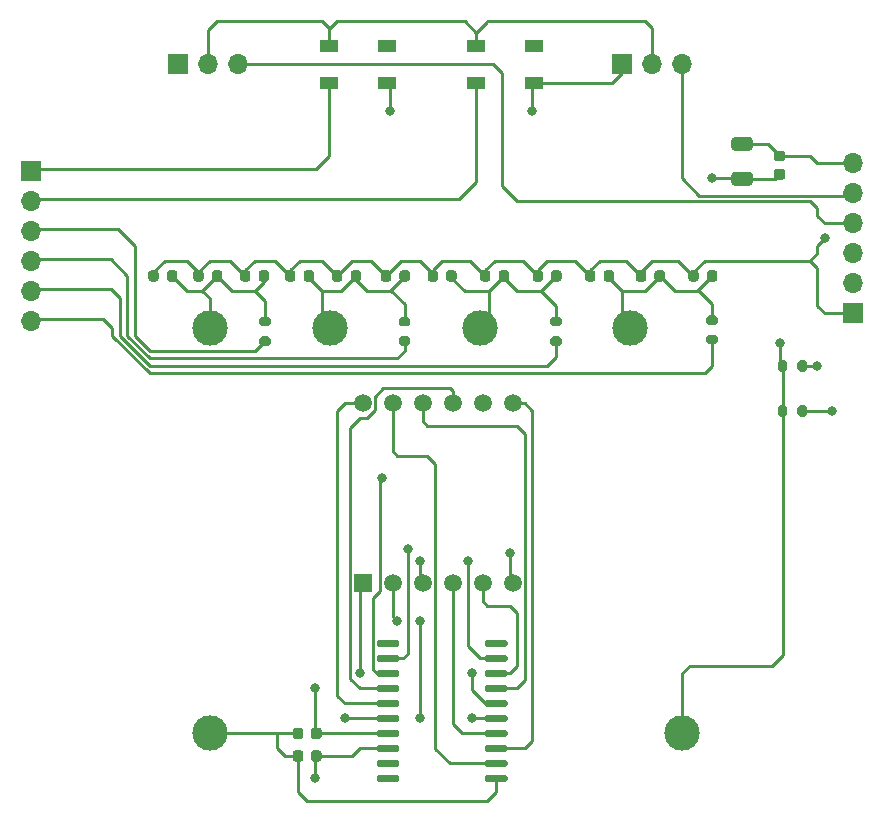
<source format=gbr>
%TF.GenerationSoftware,KiCad,Pcbnew,(5.1.7)-1*%
%TF.CreationDate,2021-04-06T19:20:52+02:00*%
%TF.ProjectId,central-panel,63656e74-7261-46c2-9d70-616e656c2e6b,rev?*%
%TF.SameCoordinates,Original*%
%TF.FileFunction,Copper,L1,Top*%
%TF.FilePolarity,Positive*%
%FSLAX46Y46*%
G04 Gerber Fmt 4.6, Leading zero omitted, Abs format (unit mm)*
G04 Created by KiCad (PCBNEW (5.1.7)-1) date 2021-04-06 19:20:52*
%MOMM*%
%LPD*%
G01*
G04 APERTURE LIST*
%TA.AperFunction,ComponentPad*%
%ADD10C,3.000000*%
%TD*%
%TA.AperFunction,ComponentPad*%
%ADD11O,1.700000X1.700000*%
%TD*%
%TA.AperFunction,ComponentPad*%
%ADD12R,1.700000X1.700000*%
%TD*%
%TA.AperFunction,SMDPad,CuDef*%
%ADD13R,1.500000X1.000000*%
%TD*%
%TA.AperFunction,ComponentPad*%
%ADD14C,1.500000*%
%TD*%
%TA.AperFunction,ComponentPad*%
%ADD15R,1.500000X1.500000*%
%TD*%
%TA.AperFunction,ViaPad*%
%ADD16C,0.800000*%
%TD*%
%TA.AperFunction,Conductor*%
%ADD17C,0.250000*%
%TD*%
G04 APERTURE END LIST*
%TO.P,C3,2*%
%TO.N,GND*%
%TA.AperFunction,SMDPad,CuDef*%
G36*
G01*
X123324999Y-91549000D02*
X124625001Y-91549000D01*
G75*
G02*
X124875000Y-91798999I0J-249999D01*
G01*
X124875000Y-92449001D01*
G75*
G02*
X124625001Y-92699000I-249999J0D01*
G01*
X123324999Y-92699000D01*
G75*
G02*
X123075000Y-92449001I0J249999D01*
G01*
X123075000Y-91798999D01*
G75*
G02*
X123324999Y-91549000I249999J0D01*
G01*
G37*
%TD.AperFunction*%
%TO.P,C3,1*%
%TO.N,VCC*%
%TA.AperFunction,SMDPad,CuDef*%
G36*
G01*
X123324999Y-88599000D02*
X124625001Y-88599000D01*
G75*
G02*
X124875000Y-88848999I0J-249999D01*
G01*
X124875000Y-89499001D01*
G75*
G02*
X124625001Y-89749000I-249999J0D01*
G01*
X123324999Y-89749000D01*
G75*
G02*
X123075000Y-89499001I0J249999D01*
G01*
X123075000Y-88848999D01*
G75*
G02*
X123324999Y-88599000I249999J0D01*
G01*
G37*
%TD.AperFunction*%
%TD*%
D10*
%TO.P,TP6,1*%
%TO.N,VCC*%
X118895000Y-139085000D03*
%TD*%
%TO.P,U2,20*%
%TO.N,Net-(U2-Pad20)*%
%TA.AperFunction,SMDPad,CuDef*%
G36*
G01*
X94925000Y-142745000D02*
X94925000Y-143045000D01*
G75*
G02*
X94775000Y-143195000I-150000J0D01*
G01*
X93175000Y-143195000D01*
G75*
G02*
X93025000Y-143045000I0J150000D01*
G01*
X93025000Y-142745000D01*
G75*
G02*
X93175000Y-142595000I150000J0D01*
G01*
X94775000Y-142595000D01*
G75*
G02*
X94925000Y-142745000I0J-150000D01*
G01*
G37*
%TD.AperFunction*%
%TO.P,U2,19*%
%TO.N,Net-(U2-Pad19)*%
%TA.AperFunction,SMDPad,CuDef*%
G36*
G01*
X94925000Y-141475000D02*
X94925000Y-141775000D01*
G75*
G02*
X94775000Y-141925000I-150000J0D01*
G01*
X93175000Y-141925000D01*
G75*
G02*
X93025000Y-141775000I0J150000D01*
G01*
X93025000Y-141475000D01*
G75*
G02*
X93175000Y-141325000I150000J0D01*
G01*
X94775000Y-141325000D01*
G75*
G02*
X94925000Y-141475000I0J-150000D01*
G01*
G37*
%TD.AperFunction*%
%TO.P,U2,18*%
%TO.N,/CLK*%
%TA.AperFunction,SMDPad,CuDef*%
G36*
G01*
X94925000Y-140205000D02*
X94925000Y-140505000D01*
G75*
G02*
X94775000Y-140655000I-150000J0D01*
G01*
X93175000Y-140655000D01*
G75*
G02*
X93025000Y-140505000I0J150000D01*
G01*
X93025000Y-140205000D01*
G75*
G02*
X93175000Y-140055000I150000J0D01*
G01*
X94775000Y-140055000D01*
G75*
G02*
X94925000Y-140205000I0J-150000D01*
G01*
G37*
%TD.AperFunction*%
%TO.P,U2,17*%
%TO.N,/DIO*%
%TA.AperFunction,SMDPad,CuDef*%
G36*
G01*
X94925000Y-138935000D02*
X94925000Y-139235000D01*
G75*
G02*
X94775000Y-139385000I-150000J0D01*
G01*
X93175000Y-139385000D01*
G75*
G02*
X93025000Y-139235000I0J150000D01*
G01*
X93025000Y-138935000D01*
G75*
G02*
X93175000Y-138785000I150000J0D01*
G01*
X94775000Y-138785000D01*
G75*
G02*
X94925000Y-138935000I0J-150000D01*
G01*
G37*
%TD.AperFunction*%
%TO.P,U2,16*%
%TO.N,VCC*%
%TA.AperFunction,SMDPad,CuDef*%
G36*
G01*
X94925000Y-137665000D02*
X94925000Y-137965000D01*
G75*
G02*
X94775000Y-138115000I-150000J0D01*
G01*
X93175000Y-138115000D01*
G75*
G02*
X93025000Y-137965000I0J150000D01*
G01*
X93025000Y-137665000D01*
G75*
G02*
X93175000Y-137515000I150000J0D01*
G01*
X94775000Y-137515000D01*
G75*
G02*
X94925000Y-137665000I0J-150000D01*
G01*
G37*
%TD.AperFunction*%
%TO.P,U2,15*%
%TO.N,/CA1*%
%TA.AperFunction,SMDPad,CuDef*%
G36*
G01*
X94925000Y-136395000D02*
X94925000Y-136695000D01*
G75*
G02*
X94775000Y-136845000I-150000J0D01*
G01*
X93175000Y-136845000D01*
G75*
G02*
X93025000Y-136695000I0J150000D01*
G01*
X93025000Y-136395000D01*
G75*
G02*
X93175000Y-136245000I150000J0D01*
G01*
X94775000Y-136245000D01*
G75*
G02*
X94925000Y-136395000I0J-150000D01*
G01*
G37*
%TD.AperFunction*%
%TO.P,U2,14*%
%TO.N,/CA2*%
%TA.AperFunction,SMDPad,CuDef*%
G36*
G01*
X94925000Y-135125000D02*
X94925000Y-135425000D01*
G75*
G02*
X94775000Y-135575000I-150000J0D01*
G01*
X93175000Y-135575000D01*
G75*
G02*
X93025000Y-135425000I0J150000D01*
G01*
X93025000Y-135125000D01*
G75*
G02*
X93175000Y-134975000I150000J0D01*
G01*
X94775000Y-134975000D01*
G75*
G02*
X94925000Y-135125000I0J-150000D01*
G01*
G37*
%TD.AperFunction*%
%TO.P,U2,13*%
%TO.N,/CA3*%
%TA.AperFunction,SMDPad,CuDef*%
G36*
G01*
X94925000Y-133855000D02*
X94925000Y-134155000D01*
G75*
G02*
X94775000Y-134305000I-150000J0D01*
G01*
X93175000Y-134305000D01*
G75*
G02*
X93025000Y-134155000I0J150000D01*
G01*
X93025000Y-133855000D01*
G75*
G02*
X93175000Y-133705000I150000J0D01*
G01*
X94775000Y-133705000D01*
G75*
G02*
X94925000Y-133855000I0J-150000D01*
G01*
G37*
%TD.AperFunction*%
%TO.P,U2,12*%
%TO.N,/CA4*%
%TA.AperFunction,SMDPad,CuDef*%
G36*
G01*
X94925000Y-132585000D02*
X94925000Y-132885000D01*
G75*
G02*
X94775000Y-133035000I-150000J0D01*
G01*
X93175000Y-133035000D01*
G75*
G02*
X93025000Y-132885000I0J150000D01*
G01*
X93025000Y-132585000D01*
G75*
G02*
X93175000Y-132435000I150000J0D01*
G01*
X94775000Y-132435000D01*
G75*
G02*
X94925000Y-132585000I0J-150000D01*
G01*
G37*
%TD.AperFunction*%
%TO.P,U2,11*%
%TO.N,Net-(U2-Pad11)*%
%TA.AperFunction,SMDPad,CuDef*%
G36*
G01*
X94925000Y-131315000D02*
X94925000Y-131615000D01*
G75*
G02*
X94775000Y-131765000I-150000J0D01*
G01*
X93175000Y-131765000D01*
G75*
G02*
X93025000Y-131615000I0J150000D01*
G01*
X93025000Y-131315000D01*
G75*
G02*
X93175000Y-131165000I150000J0D01*
G01*
X94775000Y-131165000D01*
G75*
G02*
X94925000Y-131315000I0J-150000D01*
G01*
G37*
%TD.AperFunction*%
%TO.P,U2,10*%
%TO.N,Net-(U2-Pad10)*%
%TA.AperFunction,SMDPad,CuDef*%
G36*
G01*
X104125000Y-131315000D02*
X104125000Y-131615000D01*
G75*
G02*
X103975000Y-131765000I-150000J0D01*
G01*
X102375000Y-131765000D01*
G75*
G02*
X102225000Y-131615000I0J150000D01*
G01*
X102225000Y-131315000D01*
G75*
G02*
X102375000Y-131165000I150000J0D01*
G01*
X103975000Y-131165000D01*
G75*
G02*
X104125000Y-131315000I0J-150000D01*
G01*
G37*
%TD.AperFunction*%
%TO.P,U2,9*%
%TO.N,/DPX*%
%TA.AperFunction,SMDPad,CuDef*%
G36*
G01*
X104125000Y-132585000D02*
X104125000Y-132885000D01*
G75*
G02*
X103975000Y-133035000I-150000J0D01*
G01*
X102375000Y-133035000D01*
G75*
G02*
X102225000Y-132885000I0J150000D01*
G01*
X102225000Y-132585000D01*
G75*
G02*
X102375000Y-132435000I150000J0D01*
G01*
X103975000Y-132435000D01*
G75*
G02*
X104125000Y-132585000I0J-150000D01*
G01*
G37*
%TD.AperFunction*%
%TO.P,U2,8*%
%TO.N,/SEG_G*%
%TA.AperFunction,SMDPad,CuDef*%
G36*
G01*
X104125000Y-133855000D02*
X104125000Y-134155000D01*
G75*
G02*
X103975000Y-134305000I-150000J0D01*
G01*
X102375000Y-134305000D01*
G75*
G02*
X102225000Y-134155000I0J150000D01*
G01*
X102225000Y-133855000D01*
G75*
G02*
X102375000Y-133705000I150000J0D01*
G01*
X103975000Y-133705000D01*
G75*
G02*
X104125000Y-133855000I0J-150000D01*
G01*
G37*
%TD.AperFunction*%
%TO.P,U2,7*%
%TO.N,/SEG_F*%
%TA.AperFunction,SMDPad,CuDef*%
G36*
G01*
X104125000Y-135125000D02*
X104125000Y-135425000D01*
G75*
G02*
X103975000Y-135575000I-150000J0D01*
G01*
X102375000Y-135575000D01*
G75*
G02*
X102225000Y-135425000I0J150000D01*
G01*
X102225000Y-135125000D01*
G75*
G02*
X102375000Y-134975000I150000J0D01*
G01*
X103975000Y-134975000D01*
G75*
G02*
X104125000Y-135125000I0J-150000D01*
G01*
G37*
%TD.AperFunction*%
%TO.P,U2,6*%
%TO.N,/SEG_E*%
%TA.AperFunction,SMDPad,CuDef*%
G36*
G01*
X104125000Y-136395000D02*
X104125000Y-136695000D01*
G75*
G02*
X103975000Y-136845000I-150000J0D01*
G01*
X102375000Y-136845000D01*
G75*
G02*
X102225000Y-136695000I0J150000D01*
G01*
X102225000Y-136395000D01*
G75*
G02*
X102375000Y-136245000I150000J0D01*
G01*
X103975000Y-136245000D01*
G75*
G02*
X104125000Y-136395000I0J-150000D01*
G01*
G37*
%TD.AperFunction*%
%TO.P,U2,5*%
%TO.N,/SEG_D*%
%TA.AperFunction,SMDPad,CuDef*%
G36*
G01*
X104125000Y-137665000D02*
X104125000Y-137965000D01*
G75*
G02*
X103975000Y-138115000I-150000J0D01*
G01*
X102375000Y-138115000D01*
G75*
G02*
X102225000Y-137965000I0J150000D01*
G01*
X102225000Y-137665000D01*
G75*
G02*
X102375000Y-137515000I150000J0D01*
G01*
X103975000Y-137515000D01*
G75*
G02*
X104125000Y-137665000I0J-150000D01*
G01*
G37*
%TD.AperFunction*%
%TO.P,U2,4*%
%TO.N,/SEG_C*%
%TA.AperFunction,SMDPad,CuDef*%
G36*
G01*
X104125000Y-138935000D02*
X104125000Y-139235000D01*
G75*
G02*
X103975000Y-139385000I-150000J0D01*
G01*
X102375000Y-139385000D01*
G75*
G02*
X102225000Y-139235000I0J150000D01*
G01*
X102225000Y-138935000D01*
G75*
G02*
X102375000Y-138785000I150000J0D01*
G01*
X103975000Y-138785000D01*
G75*
G02*
X104125000Y-138935000I0J-150000D01*
G01*
G37*
%TD.AperFunction*%
%TO.P,U2,3*%
%TO.N,/SEG_B*%
%TA.AperFunction,SMDPad,CuDef*%
G36*
G01*
X104125000Y-140205000D02*
X104125000Y-140505000D01*
G75*
G02*
X103975000Y-140655000I-150000J0D01*
G01*
X102375000Y-140655000D01*
G75*
G02*
X102225000Y-140505000I0J150000D01*
G01*
X102225000Y-140205000D01*
G75*
G02*
X102375000Y-140055000I150000J0D01*
G01*
X103975000Y-140055000D01*
G75*
G02*
X104125000Y-140205000I0J-150000D01*
G01*
G37*
%TD.AperFunction*%
%TO.P,U2,2*%
%TO.N,/SEG_A*%
%TA.AperFunction,SMDPad,CuDef*%
G36*
G01*
X104125000Y-141475000D02*
X104125000Y-141775000D01*
G75*
G02*
X103975000Y-141925000I-150000J0D01*
G01*
X102375000Y-141925000D01*
G75*
G02*
X102225000Y-141775000I0J150000D01*
G01*
X102225000Y-141475000D01*
G75*
G02*
X102375000Y-141325000I150000J0D01*
G01*
X103975000Y-141325000D01*
G75*
G02*
X104125000Y-141475000I0J-150000D01*
G01*
G37*
%TD.AperFunction*%
%TO.P,U2,1*%
%TO.N,GND*%
%TA.AperFunction,SMDPad,CuDef*%
G36*
G01*
X104125000Y-142745000D02*
X104125000Y-143045000D01*
G75*
G02*
X103975000Y-143195000I-150000J0D01*
G01*
X102375000Y-143195000D01*
G75*
G02*
X102225000Y-143045000I0J150000D01*
G01*
X102225000Y-142745000D01*
G75*
G02*
X102375000Y-142595000I150000J0D01*
G01*
X103975000Y-142595000D01*
G75*
G02*
X104125000Y-142745000I0J-150000D01*
G01*
G37*
%TD.AperFunction*%
%TD*%
%TO.P,R6,2*%
%TO.N,/DIO*%
%TA.AperFunction,SMDPad,CuDef*%
G36*
G01*
X128655000Y-112055000D02*
X128655000Y-111505000D01*
G75*
G02*
X128855000Y-111305000I200000J0D01*
G01*
X129255000Y-111305000D01*
G75*
G02*
X129455000Y-111505000I0J-200000D01*
G01*
X129455000Y-112055000D01*
G75*
G02*
X129255000Y-112255000I-200000J0D01*
G01*
X128855000Y-112255000D01*
G75*
G02*
X128655000Y-112055000I0J200000D01*
G01*
G37*
%TD.AperFunction*%
%TO.P,R6,1*%
%TO.N,VCC*%
%TA.AperFunction,SMDPad,CuDef*%
G36*
G01*
X127005000Y-112055000D02*
X127005000Y-111505000D01*
G75*
G02*
X127205000Y-111305000I200000J0D01*
G01*
X127605000Y-111305000D01*
G75*
G02*
X127805000Y-111505000I0J-200000D01*
G01*
X127805000Y-112055000D01*
G75*
G02*
X127605000Y-112255000I-200000J0D01*
G01*
X127205000Y-112255000D01*
G75*
G02*
X127005000Y-112055000I0J200000D01*
G01*
G37*
%TD.AperFunction*%
%TD*%
%TO.P,R5,2*%
%TO.N,/CLK*%
%TA.AperFunction,SMDPad,CuDef*%
G36*
G01*
X128655000Y-108245000D02*
X128655000Y-107695000D01*
G75*
G02*
X128855000Y-107495000I200000J0D01*
G01*
X129255000Y-107495000D01*
G75*
G02*
X129455000Y-107695000I0J-200000D01*
G01*
X129455000Y-108245000D01*
G75*
G02*
X129255000Y-108445000I-200000J0D01*
G01*
X128855000Y-108445000D01*
G75*
G02*
X128655000Y-108245000I0J200000D01*
G01*
G37*
%TD.AperFunction*%
%TO.P,R5,1*%
%TO.N,VCC*%
%TA.AperFunction,SMDPad,CuDef*%
G36*
G01*
X127005000Y-108245000D02*
X127005000Y-107695000D01*
G75*
G02*
X127205000Y-107495000I200000J0D01*
G01*
X127605000Y-107495000D01*
G75*
G02*
X127805000Y-107695000I0J-200000D01*
G01*
X127805000Y-108245000D01*
G75*
G02*
X127605000Y-108445000I-200000J0D01*
G01*
X127205000Y-108445000D01*
G75*
G02*
X127005000Y-108245000I0J200000D01*
G01*
G37*
%TD.AperFunction*%
%TD*%
D11*
%TO.P,J4,6*%
%TO.N,VCC*%
X133373000Y-90825000D03*
%TO.P,J4,5*%
%TO.N,/ENABLE_B*%
X133373000Y-93365000D03*
%TO.P,J4,4*%
%TO.N,/ENABLE_A*%
X133373000Y-95905000D03*
%TO.P,J4,3*%
%TO.N,/CLK*%
X133373000Y-98445000D03*
%TO.P,J4,2*%
%TO.N,/DIO*%
X133373000Y-100985000D03*
D12*
%TO.P,J4,1*%
%TO.N,GND*%
X133373000Y-103525000D03*
%TD*%
%TO.P,C4,2*%
%TO.N,GND*%
%TA.AperFunction,SMDPad,CuDef*%
G36*
G01*
X126900000Y-91290000D02*
X127400000Y-91290000D01*
G75*
G02*
X127625000Y-91515000I0J-225000D01*
G01*
X127625000Y-91965000D01*
G75*
G02*
X127400000Y-92190000I-225000J0D01*
G01*
X126900000Y-92190000D01*
G75*
G02*
X126675000Y-91965000I0J225000D01*
G01*
X126675000Y-91515000D01*
G75*
G02*
X126900000Y-91290000I225000J0D01*
G01*
G37*
%TD.AperFunction*%
%TO.P,C4,1*%
%TO.N,VCC*%
%TA.AperFunction,SMDPad,CuDef*%
G36*
G01*
X126900000Y-89740000D02*
X127400000Y-89740000D01*
G75*
G02*
X127625000Y-89965000I0J-225000D01*
G01*
X127625000Y-90415000D01*
G75*
G02*
X127400000Y-90640000I-225000J0D01*
G01*
X126900000Y-90640000D01*
G75*
G02*
X126675000Y-90415000I0J225000D01*
G01*
X126675000Y-89965000D01*
G75*
G02*
X126900000Y-89740000I225000J0D01*
G01*
G37*
%TD.AperFunction*%
%TD*%
%TO.P,C2,2*%
%TO.N,GND*%
%TA.AperFunction,SMDPad,CuDef*%
G36*
G01*
X86820000Y-138835000D02*
X86820000Y-139335000D01*
G75*
G02*
X86595000Y-139560000I-225000J0D01*
G01*
X86145000Y-139560000D01*
G75*
G02*
X85920000Y-139335000I0J225000D01*
G01*
X85920000Y-138835000D01*
G75*
G02*
X86145000Y-138610000I225000J0D01*
G01*
X86595000Y-138610000D01*
G75*
G02*
X86820000Y-138835000I0J-225000D01*
G01*
G37*
%TD.AperFunction*%
%TO.P,C2,1*%
%TO.N,/DIO*%
%TA.AperFunction,SMDPad,CuDef*%
G36*
G01*
X88370000Y-138835000D02*
X88370000Y-139335000D01*
G75*
G02*
X88145000Y-139560000I-225000J0D01*
G01*
X87695000Y-139560000D01*
G75*
G02*
X87470000Y-139335000I0J225000D01*
G01*
X87470000Y-138835000D01*
G75*
G02*
X87695000Y-138610000I225000J0D01*
G01*
X88145000Y-138610000D01*
G75*
G02*
X88370000Y-138835000I0J-225000D01*
G01*
G37*
%TD.AperFunction*%
%TD*%
%TO.P,C1,2*%
%TO.N,GND*%
%TA.AperFunction,SMDPad,CuDef*%
G36*
G01*
X86820000Y-140740000D02*
X86820000Y-141240000D01*
G75*
G02*
X86595000Y-141465000I-225000J0D01*
G01*
X86145000Y-141465000D01*
G75*
G02*
X85920000Y-141240000I0J225000D01*
G01*
X85920000Y-140740000D01*
G75*
G02*
X86145000Y-140515000I225000J0D01*
G01*
X86595000Y-140515000D01*
G75*
G02*
X86820000Y-140740000I0J-225000D01*
G01*
G37*
%TD.AperFunction*%
%TO.P,C1,1*%
%TO.N,/CLK*%
%TA.AperFunction,SMDPad,CuDef*%
G36*
G01*
X88370000Y-140740000D02*
X88370000Y-141240000D01*
G75*
G02*
X88145000Y-141465000I-225000J0D01*
G01*
X87695000Y-141465000D01*
G75*
G02*
X87470000Y-141240000I0J225000D01*
G01*
X87470000Y-140740000D01*
G75*
G02*
X87695000Y-140515000I225000J0D01*
G01*
X88145000Y-140515000D01*
G75*
G02*
X88370000Y-140740000I0J-225000D01*
G01*
G37*
%TD.AperFunction*%
%TD*%
D10*
%TO.P,TP5,1*%
%TO.N,GND*%
X78890000Y-139085000D03*
%TD*%
%TO.P,TP4,1*%
%TO.N,Net-(D10-Pad2)*%
X114450000Y-104795000D03*
%TD*%
%TO.P,TP3,1*%
%TO.N,Net-(D7-Pad2)*%
X101750000Y-104795000D03*
%TD*%
%TO.P,TP2,1*%
%TO.N,Net-(D4-Pad2)*%
X89050000Y-104795000D03*
%TD*%
%TO.P,TP1,1*%
%TO.N,Net-(D1-Pad2)*%
X78890000Y-104795000D03*
%TD*%
D11*
%TO.P,J1,6*%
%TO.N,/LED_D*%
X63777000Y-104160000D03*
%TO.P,J1,5*%
%TO.N,/LED_C*%
X63777000Y-101620000D03*
%TO.P,J1,4*%
%TO.N,/LED_B*%
X63777000Y-99080000D03*
%TO.P,J1,3*%
%TO.N,/LED_A*%
X63777000Y-96540000D03*
%TO.P,J1,2*%
%TO.N,/LED_EN_B*%
X63777000Y-94000000D03*
D12*
%TO.P,J1,1*%
%TO.N,/LED_EN_A*%
X63777000Y-91460000D03*
%TD*%
D13*
%TO.P,D14,1*%
%TO.N,GND*%
X101459000Y-80843000D03*
%TO.P,D14,2*%
%TO.N,/LED_EN_B*%
X101459000Y-84043000D03*
%TO.P,D14,4*%
%TO.N,Net-(D14-Pad4)*%
X106359000Y-80843000D03*
%TO.P,D14,3*%
%TO.N,VCC*%
X106359000Y-84043000D03*
%TD*%
%TO.P,D13,1*%
%TO.N,GND*%
X89013000Y-80843000D03*
%TO.P,D13,2*%
%TO.N,/LED_EN_A*%
X89013000Y-84043000D03*
%TO.P,D13,4*%
%TO.N,Net-(D13-Pad4)*%
X93913000Y-80843000D03*
%TO.P,D13,3*%
%TO.N,VCC*%
X93913000Y-84043000D03*
%TD*%
D14*
%TO.P,U1,12*%
%TO.N,/CA1*%
X91844000Y-111145000D03*
%TO.P,U1,11*%
%TO.N,/SEG_A*%
X94384000Y-111145000D03*
%TO.P,U1,10*%
%TO.N,/SEG_F*%
X96924000Y-111145000D03*
%TO.P,U1,9*%
%TO.N,/CA2*%
X99464000Y-111145000D03*
%TO.P,U1,8*%
%TO.N,/CA3*%
X102004000Y-111145000D03*
%TO.P,U1,7*%
%TO.N,/SEG_B*%
X104544000Y-111145000D03*
%TO.P,U1,6*%
%TO.N,/CA4*%
X104544000Y-126385000D03*
%TO.P,U1,5*%
%TO.N,/SEG_G*%
X102004000Y-126385000D03*
%TO.P,U1,4*%
%TO.N,/SEG_C*%
X99464000Y-126385000D03*
%TO.P,U1,3*%
%TO.N,/DPX*%
X96924000Y-126385000D03*
%TO.P,U1,2*%
%TO.N,/SEG_D*%
X94384000Y-126385000D03*
D15*
%TO.P,U1,1*%
%TO.N,/SEG_E*%
X91844000Y-126385000D03*
%TD*%
D12*
%TO.P,SW2,1*%
%TO.N,VCC*%
X113815000Y-82443000D03*
D11*
%TO.P,SW2,2*%
%TO.N,GND*%
X116355000Y-82443000D03*
%TO.P,SW2,3*%
%TO.N,/ENABLE_B*%
X118895000Y-82443000D03*
%TD*%
D12*
%TO.P,SW1,1*%
%TO.N,VCC*%
X76223000Y-82443000D03*
D11*
%TO.P,SW1,2*%
%TO.N,GND*%
X78763000Y-82443000D03*
%TO.P,SW1,3*%
%TO.N,/ENABLE_A*%
X81303000Y-82443000D03*
%TD*%
%TO.P,R4,2*%
%TO.N,/LED_A*%
%TA.AperFunction,SMDPad,CuDef*%
G36*
G01*
X83314000Y-105474000D02*
X83864000Y-105474000D01*
G75*
G02*
X84064000Y-105674000I0J-200000D01*
G01*
X84064000Y-106074000D01*
G75*
G02*
X83864000Y-106274000I-200000J0D01*
G01*
X83314000Y-106274000D01*
G75*
G02*
X83114000Y-106074000I0J200000D01*
G01*
X83114000Y-105674000D01*
G75*
G02*
X83314000Y-105474000I200000J0D01*
G01*
G37*
%TD.AperFunction*%
%TO.P,R4,1*%
%TO.N,Net-(D1-Pad2)*%
%TA.AperFunction,SMDPad,CuDef*%
G36*
G01*
X83314000Y-103824000D02*
X83864000Y-103824000D01*
G75*
G02*
X84064000Y-104024000I0J-200000D01*
G01*
X84064000Y-104424000D01*
G75*
G02*
X83864000Y-104624000I-200000J0D01*
G01*
X83314000Y-104624000D01*
G75*
G02*
X83114000Y-104424000I0J200000D01*
G01*
X83114000Y-104024000D01*
G75*
G02*
X83314000Y-103824000I200000J0D01*
G01*
G37*
%TD.AperFunction*%
%TD*%
%TO.P,R3,2*%
%TO.N,/LED_D*%
%TA.AperFunction,SMDPad,CuDef*%
G36*
G01*
X121160000Y-105347000D02*
X121710000Y-105347000D01*
G75*
G02*
X121910000Y-105547000I0J-200000D01*
G01*
X121910000Y-105947000D01*
G75*
G02*
X121710000Y-106147000I-200000J0D01*
G01*
X121160000Y-106147000D01*
G75*
G02*
X120960000Y-105947000I0J200000D01*
G01*
X120960000Y-105547000D01*
G75*
G02*
X121160000Y-105347000I200000J0D01*
G01*
G37*
%TD.AperFunction*%
%TO.P,R3,1*%
%TO.N,Net-(D10-Pad2)*%
%TA.AperFunction,SMDPad,CuDef*%
G36*
G01*
X121160000Y-103697000D02*
X121710000Y-103697000D01*
G75*
G02*
X121910000Y-103897000I0J-200000D01*
G01*
X121910000Y-104297000D01*
G75*
G02*
X121710000Y-104497000I-200000J0D01*
G01*
X121160000Y-104497000D01*
G75*
G02*
X120960000Y-104297000I0J200000D01*
G01*
X120960000Y-103897000D01*
G75*
G02*
X121160000Y-103697000I200000J0D01*
G01*
G37*
%TD.AperFunction*%
%TD*%
%TO.P,R2,2*%
%TO.N,/LED_C*%
%TA.AperFunction,SMDPad,CuDef*%
G36*
G01*
X107952000Y-105474000D02*
X108502000Y-105474000D01*
G75*
G02*
X108702000Y-105674000I0J-200000D01*
G01*
X108702000Y-106074000D01*
G75*
G02*
X108502000Y-106274000I-200000J0D01*
G01*
X107952000Y-106274000D01*
G75*
G02*
X107752000Y-106074000I0J200000D01*
G01*
X107752000Y-105674000D01*
G75*
G02*
X107952000Y-105474000I200000J0D01*
G01*
G37*
%TD.AperFunction*%
%TO.P,R2,1*%
%TO.N,Net-(D7-Pad2)*%
%TA.AperFunction,SMDPad,CuDef*%
G36*
G01*
X107952000Y-103824000D02*
X108502000Y-103824000D01*
G75*
G02*
X108702000Y-104024000I0J-200000D01*
G01*
X108702000Y-104424000D01*
G75*
G02*
X108502000Y-104624000I-200000J0D01*
G01*
X107952000Y-104624000D01*
G75*
G02*
X107752000Y-104424000I0J200000D01*
G01*
X107752000Y-104024000D01*
G75*
G02*
X107952000Y-103824000I200000J0D01*
G01*
G37*
%TD.AperFunction*%
%TD*%
%TO.P,R1,2*%
%TO.N,/LED_B*%
%TA.AperFunction,SMDPad,CuDef*%
G36*
G01*
X95125000Y-105474000D02*
X95675000Y-105474000D01*
G75*
G02*
X95875000Y-105674000I0J-200000D01*
G01*
X95875000Y-106074000D01*
G75*
G02*
X95675000Y-106274000I-200000J0D01*
G01*
X95125000Y-106274000D01*
G75*
G02*
X94925000Y-106074000I0J200000D01*
G01*
X94925000Y-105674000D01*
G75*
G02*
X95125000Y-105474000I200000J0D01*
G01*
G37*
%TD.AperFunction*%
%TO.P,R1,1*%
%TO.N,Net-(D4-Pad2)*%
%TA.AperFunction,SMDPad,CuDef*%
G36*
G01*
X95125000Y-103824000D02*
X95675000Y-103824000D01*
G75*
G02*
X95875000Y-104024000I0J-200000D01*
G01*
X95875000Y-104424000D01*
G75*
G02*
X95675000Y-104624000I-200000J0D01*
G01*
X95125000Y-104624000D01*
G75*
G02*
X94925000Y-104424000I0J200000D01*
G01*
X94925000Y-104024000D01*
G75*
G02*
X95125000Y-103824000I200000J0D01*
G01*
G37*
%TD.AperFunction*%
%TD*%
%TO.P,D12,2*%
%TO.N,Net-(D10-Pad2)*%
%TA.AperFunction,SMDPad,CuDef*%
G36*
G01*
X120997500Y-100606250D02*
X120997500Y-100093750D01*
G75*
G02*
X121216250Y-99875000I218750J0D01*
G01*
X121653750Y-99875000D01*
G75*
G02*
X121872500Y-100093750I0J-218750D01*
G01*
X121872500Y-100606250D01*
G75*
G02*
X121653750Y-100825000I-218750J0D01*
G01*
X121216250Y-100825000D01*
G75*
G02*
X120997500Y-100606250I0J218750D01*
G01*
G37*
%TD.AperFunction*%
%TO.P,D12,1*%
%TO.N,GND*%
%TA.AperFunction,SMDPad,CuDef*%
G36*
G01*
X119422500Y-100606250D02*
X119422500Y-100093750D01*
G75*
G02*
X119641250Y-99875000I218750J0D01*
G01*
X120078750Y-99875000D01*
G75*
G02*
X120297500Y-100093750I0J-218750D01*
G01*
X120297500Y-100606250D01*
G75*
G02*
X120078750Y-100825000I-218750J0D01*
G01*
X119641250Y-100825000D01*
G75*
G02*
X119422500Y-100606250I0J218750D01*
G01*
G37*
%TD.AperFunction*%
%TD*%
%TO.P,D11,2*%
%TO.N,Net-(D10-Pad2)*%
%TA.AperFunction,SMDPad,CuDef*%
G36*
G01*
X116552500Y-100606250D02*
X116552500Y-100093750D01*
G75*
G02*
X116771250Y-99875000I218750J0D01*
G01*
X117208750Y-99875000D01*
G75*
G02*
X117427500Y-100093750I0J-218750D01*
G01*
X117427500Y-100606250D01*
G75*
G02*
X117208750Y-100825000I-218750J0D01*
G01*
X116771250Y-100825000D01*
G75*
G02*
X116552500Y-100606250I0J218750D01*
G01*
G37*
%TD.AperFunction*%
%TO.P,D11,1*%
%TO.N,GND*%
%TA.AperFunction,SMDPad,CuDef*%
G36*
G01*
X114977500Y-100606250D02*
X114977500Y-100093750D01*
G75*
G02*
X115196250Y-99875000I218750J0D01*
G01*
X115633750Y-99875000D01*
G75*
G02*
X115852500Y-100093750I0J-218750D01*
G01*
X115852500Y-100606250D01*
G75*
G02*
X115633750Y-100825000I-218750J0D01*
G01*
X115196250Y-100825000D01*
G75*
G02*
X114977500Y-100606250I0J218750D01*
G01*
G37*
%TD.AperFunction*%
%TD*%
%TO.P,D10,2*%
%TO.N,Net-(D10-Pad2)*%
%TA.AperFunction,SMDPad,CuDef*%
G36*
G01*
X112260000Y-100606250D02*
X112260000Y-100093750D01*
G75*
G02*
X112478750Y-99875000I218750J0D01*
G01*
X112916250Y-99875000D01*
G75*
G02*
X113135000Y-100093750I0J-218750D01*
G01*
X113135000Y-100606250D01*
G75*
G02*
X112916250Y-100825000I-218750J0D01*
G01*
X112478750Y-100825000D01*
G75*
G02*
X112260000Y-100606250I0J218750D01*
G01*
G37*
%TD.AperFunction*%
%TO.P,D10,1*%
%TO.N,GND*%
%TA.AperFunction,SMDPad,CuDef*%
G36*
G01*
X110685000Y-100606250D02*
X110685000Y-100093750D01*
G75*
G02*
X110903750Y-99875000I218750J0D01*
G01*
X111341250Y-99875000D01*
G75*
G02*
X111560000Y-100093750I0J-218750D01*
G01*
X111560000Y-100606250D01*
G75*
G02*
X111341250Y-100825000I-218750J0D01*
G01*
X110903750Y-100825000D01*
G75*
G02*
X110685000Y-100606250I0J218750D01*
G01*
G37*
%TD.AperFunction*%
%TD*%
%TO.P,D9,2*%
%TO.N,Net-(D7-Pad2)*%
%TA.AperFunction,SMDPad,CuDef*%
G36*
G01*
X107815000Y-100606250D02*
X107815000Y-100093750D01*
G75*
G02*
X108033750Y-99875000I218750J0D01*
G01*
X108471250Y-99875000D01*
G75*
G02*
X108690000Y-100093750I0J-218750D01*
G01*
X108690000Y-100606250D01*
G75*
G02*
X108471250Y-100825000I-218750J0D01*
G01*
X108033750Y-100825000D01*
G75*
G02*
X107815000Y-100606250I0J218750D01*
G01*
G37*
%TD.AperFunction*%
%TO.P,D9,1*%
%TO.N,GND*%
%TA.AperFunction,SMDPad,CuDef*%
G36*
G01*
X106240000Y-100606250D02*
X106240000Y-100093750D01*
G75*
G02*
X106458750Y-99875000I218750J0D01*
G01*
X106896250Y-99875000D01*
G75*
G02*
X107115000Y-100093750I0J-218750D01*
G01*
X107115000Y-100606250D01*
G75*
G02*
X106896250Y-100825000I-218750J0D01*
G01*
X106458750Y-100825000D01*
G75*
G02*
X106240000Y-100606250I0J218750D01*
G01*
G37*
%TD.AperFunction*%
%TD*%
%TO.P,D8,2*%
%TO.N,Net-(D7-Pad2)*%
%TA.AperFunction,SMDPad,CuDef*%
G36*
G01*
X103370000Y-100606250D02*
X103370000Y-100093750D01*
G75*
G02*
X103588750Y-99875000I218750J0D01*
G01*
X104026250Y-99875000D01*
G75*
G02*
X104245000Y-100093750I0J-218750D01*
G01*
X104245000Y-100606250D01*
G75*
G02*
X104026250Y-100825000I-218750J0D01*
G01*
X103588750Y-100825000D01*
G75*
G02*
X103370000Y-100606250I0J218750D01*
G01*
G37*
%TD.AperFunction*%
%TO.P,D8,1*%
%TO.N,GND*%
%TA.AperFunction,SMDPad,CuDef*%
G36*
G01*
X101795000Y-100606250D02*
X101795000Y-100093750D01*
G75*
G02*
X102013750Y-99875000I218750J0D01*
G01*
X102451250Y-99875000D01*
G75*
G02*
X102670000Y-100093750I0J-218750D01*
G01*
X102670000Y-100606250D01*
G75*
G02*
X102451250Y-100825000I-218750J0D01*
G01*
X102013750Y-100825000D01*
G75*
G02*
X101795000Y-100606250I0J218750D01*
G01*
G37*
%TD.AperFunction*%
%TD*%
%TO.P,D7,2*%
%TO.N,Net-(D7-Pad2)*%
%TA.AperFunction,SMDPad,CuDef*%
G36*
G01*
X98925000Y-100606250D02*
X98925000Y-100093750D01*
G75*
G02*
X99143750Y-99875000I218750J0D01*
G01*
X99581250Y-99875000D01*
G75*
G02*
X99800000Y-100093750I0J-218750D01*
G01*
X99800000Y-100606250D01*
G75*
G02*
X99581250Y-100825000I-218750J0D01*
G01*
X99143750Y-100825000D01*
G75*
G02*
X98925000Y-100606250I0J218750D01*
G01*
G37*
%TD.AperFunction*%
%TO.P,D7,1*%
%TO.N,GND*%
%TA.AperFunction,SMDPad,CuDef*%
G36*
G01*
X97350000Y-100606250D02*
X97350000Y-100093750D01*
G75*
G02*
X97568750Y-99875000I218750J0D01*
G01*
X98006250Y-99875000D01*
G75*
G02*
X98225000Y-100093750I0J-218750D01*
G01*
X98225000Y-100606250D01*
G75*
G02*
X98006250Y-100825000I-218750J0D01*
G01*
X97568750Y-100825000D01*
G75*
G02*
X97350000Y-100606250I0J218750D01*
G01*
G37*
%TD.AperFunction*%
%TD*%
%TO.P,D6,2*%
%TO.N,Net-(D4-Pad2)*%
%TA.AperFunction,SMDPad,CuDef*%
G36*
G01*
X94962500Y-100606250D02*
X94962500Y-100093750D01*
G75*
G02*
X95181250Y-99875000I218750J0D01*
G01*
X95618750Y-99875000D01*
G75*
G02*
X95837500Y-100093750I0J-218750D01*
G01*
X95837500Y-100606250D01*
G75*
G02*
X95618750Y-100825000I-218750J0D01*
G01*
X95181250Y-100825000D01*
G75*
G02*
X94962500Y-100606250I0J218750D01*
G01*
G37*
%TD.AperFunction*%
%TO.P,D6,1*%
%TO.N,GND*%
%TA.AperFunction,SMDPad,CuDef*%
G36*
G01*
X93387500Y-100606250D02*
X93387500Y-100093750D01*
G75*
G02*
X93606250Y-99875000I218750J0D01*
G01*
X94043750Y-99875000D01*
G75*
G02*
X94262500Y-100093750I0J-218750D01*
G01*
X94262500Y-100606250D01*
G75*
G02*
X94043750Y-100825000I-218750J0D01*
G01*
X93606250Y-100825000D01*
G75*
G02*
X93387500Y-100606250I0J218750D01*
G01*
G37*
%TD.AperFunction*%
%TD*%
%TO.P,D5,2*%
%TO.N,Net-(D4-Pad2)*%
%TA.AperFunction,SMDPad,CuDef*%
G36*
G01*
X90822500Y-100606250D02*
X90822500Y-100093750D01*
G75*
G02*
X91041250Y-99875000I218750J0D01*
G01*
X91478750Y-99875000D01*
G75*
G02*
X91697500Y-100093750I0J-218750D01*
G01*
X91697500Y-100606250D01*
G75*
G02*
X91478750Y-100825000I-218750J0D01*
G01*
X91041250Y-100825000D01*
G75*
G02*
X90822500Y-100606250I0J218750D01*
G01*
G37*
%TD.AperFunction*%
%TO.P,D5,1*%
%TO.N,GND*%
%TA.AperFunction,SMDPad,CuDef*%
G36*
G01*
X89247500Y-100606250D02*
X89247500Y-100093750D01*
G75*
G02*
X89466250Y-99875000I218750J0D01*
G01*
X89903750Y-99875000D01*
G75*
G02*
X90122500Y-100093750I0J-218750D01*
G01*
X90122500Y-100606250D01*
G75*
G02*
X89903750Y-100825000I-218750J0D01*
G01*
X89466250Y-100825000D01*
G75*
G02*
X89247500Y-100606250I0J218750D01*
G01*
G37*
%TD.AperFunction*%
%TD*%
%TO.P,D4,2*%
%TO.N,Net-(D4-Pad2)*%
%TA.AperFunction,SMDPad,CuDef*%
G36*
G01*
X86860000Y-100606250D02*
X86860000Y-100093750D01*
G75*
G02*
X87078750Y-99875000I218750J0D01*
G01*
X87516250Y-99875000D01*
G75*
G02*
X87735000Y-100093750I0J-218750D01*
G01*
X87735000Y-100606250D01*
G75*
G02*
X87516250Y-100825000I-218750J0D01*
G01*
X87078750Y-100825000D01*
G75*
G02*
X86860000Y-100606250I0J218750D01*
G01*
G37*
%TD.AperFunction*%
%TO.P,D4,1*%
%TO.N,GND*%
%TA.AperFunction,SMDPad,CuDef*%
G36*
G01*
X85285000Y-100606250D02*
X85285000Y-100093750D01*
G75*
G02*
X85503750Y-99875000I218750J0D01*
G01*
X85941250Y-99875000D01*
G75*
G02*
X86160000Y-100093750I0J-218750D01*
G01*
X86160000Y-100606250D01*
G75*
G02*
X85941250Y-100825000I-218750J0D01*
G01*
X85503750Y-100825000D01*
G75*
G02*
X85285000Y-100606250I0J218750D01*
G01*
G37*
%TD.AperFunction*%
%TD*%
%TO.P,D3,2*%
%TO.N,Net-(D1-Pad2)*%
%TA.AperFunction,SMDPad,CuDef*%
G36*
G01*
X83050000Y-100606250D02*
X83050000Y-100093750D01*
G75*
G02*
X83268750Y-99875000I218750J0D01*
G01*
X83706250Y-99875000D01*
G75*
G02*
X83925000Y-100093750I0J-218750D01*
G01*
X83925000Y-100606250D01*
G75*
G02*
X83706250Y-100825000I-218750J0D01*
G01*
X83268750Y-100825000D01*
G75*
G02*
X83050000Y-100606250I0J218750D01*
G01*
G37*
%TD.AperFunction*%
%TO.P,D3,1*%
%TO.N,GND*%
%TA.AperFunction,SMDPad,CuDef*%
G36*
G01*
X81475000Y-100606250D02*
X81475000Y-100093750D01*
G75*
G02*
X81693750Y-99875000I218750J0D01*
G01*
X82131250Y-99875000D01*
G75*
G02*
X82350000Y-100093750I0J-218750D01*
G01*
X82350000Y-100606250D01*
G75*
G02*
X82131250Y-100825000I-218750J0D01*
G01*
X81693750Y-100825000D01*
G75*
G02*
X81475000Y-100606250I0J218750D01*
G01*
G37*
%TD.AperFunction*%
%TD*%
%TO.P,D2,2*%
%TO.N,Net-(D1-Pad2)*%
%TA.AperFunction,SMDPad,CuDef*%
G36*
G01*
X79087500Y-100606250D02*
X79087500Y-100093750D01*
G75*
G02*
X79306250Y-99875000I218750J0D01*
G01*
X79743750Y-99875000D01*
G75*
G02*
X79962500Y-100093750I0J-218750D01*
G01*
X79962500Y-100606250D01*
G75*
G02*
X79743750Y-100825000I-218750J0D01*
G01*
X79306250Y-100825000D01*
G75*
G02*
X79087500Y-100606250I0J218750D01*
G01*
G37*
%TD.AperFunction*%
%TO.P,D2,1*%
%TO.N,GND*%
%TA.AperFunction,SMDPad,CuDef*%
G36*
G01*
X77512500Y-100606250D02*
X77512500Y-100093750D01*
G75*
G02*
X77731250Y-99875000I218750J0D01*
G01*
X78168750Y-99875000D01*
G75*
G02*
X78387500Y-100093750I0J-218750D01*
G01*
X78387500Y-100606250D01*
G75*
G02*
X78168750Y-100825000I-218750J0D01*
G01*
X77731250Y-100825000D01*
G75*
G02*
X77512500Y-100606250I0J218750D01*
G01*
G37*
%TD.AperFunction*%
%TD*%
%TO.P,D1,2*%
%TO.N,Net-(D1-Pad2)*%
%TA.AperFunction,SMDPad,CuDef*%
G36*
G01*
X75277500Y-100606250D02*
X75277500Y-100093750D01*
G75*
G02*
X75496250Y-99875000I218750J0D01*
G01*
X75933750Y-99875000D01*
G75*
G02*
X76152500Y-100093750I0J-218750D01*
G01*
X76152500Y-100606250D01*
G75*
G02*
X75933750Y-100825000I-218750J0D01*
G01*
X75496250Y-100825000D01*
G75*
G02*
X75277500Y-100606250I0J218750D01*
G01*
G37*
%TD.AperFunction*%
%TO.P,D1,1*%
%TO.N,GND*%
%TA.AperFunction,SMDPad,CuDef*%
G36*
G01*
X73702500Y-100606250D02*
X73702500Y-100093750D01*
G75*
G02*
X73921250Y-99875000I218750J0D01*
G01*
X74358750Y-99875000D01*
G75*
G02*
X74577500Y-100093750I0J-218750D01*
G01*
X74577500Y-100606250D01*
G75*
G02*
X74358750Y-100825000I-218750J0D01*
G01*
X73921250Y-100825000D01*
G75*
G02*
X73702500Y-100606250I0J218750D01*
G01*
G37*
%TD.AperFunction*%
%TD*%
D16*
%TO.N,GND*%
X130960000Y-97175000D03*
X121435000Y-92095000D03*
%TO.N,VCC*%
X106195000Y-86380000D03*
X94130000Y-86380000D03*
X127150000Y-106065000D03*
X90320000Y-137815000D03*
%TO.N,/DPX*%
X100734000Y-124480000D03*
X96670000Y-124480000D03*
%TO.N,/SEG_E*%
X101115000Y-134005000D03*
X91590000Y-134005000D03*
%TO.N,/SEG_D*%
X101115000Y-137815000D03*
X96670000Y-137815000D03*
X96670000Y-129560000D03*
X94765000Y-129560000D03*
%TO.N,/CA4*%
X95654000Y-123464000D03*
X104290000Y-123845000D03*
%TO.N,/CA3*%
X93495000Y-117495000D03*
%TO.N,/CLK*%
X130325000Y-107970000D03*
X87780000Y-142895000D03*
%TO.N,/DIO*%
X131595000Y-111780000D03*
X87780000Y-135275000D03*
%TD*%
D17*
%TO.N,Net-(D1-Pad2)*%
X75715000Y-100350000D02*
X76985000Y-101620000D01*
X78255000Y-101620000D02*
X79525000Y-100350000D01*
X76985000Y-101620000D02*
X78255000Y-101620000D01*
X83487500Y-100832500D02*
X83487500Y-100350000D01*
X82700000Y-101620000D02*
X83487500Y-100832500D01*
X80795000Y-101620000D02*
X82700000Y-101620000D01*
X79525000Y-100350000D02*
X80795000Y-101620000D01*
X83589000Y-102509000D02*
X82700000Y-101620000D01*
X83589000Y-104224000D02*
X83589000Y-102509000D01*
X78890000Y-104795000D02*
X78890000Y-102255000D01*
X78890000Y-102255000D02*
X78255000Y-101620000D01*
%TO.N,GND*%
X74140000Y-100020000D02*
X74140000Y-100350000D01*
X75080000Y-99080000D02*
X74140000Y-100020000D01*
X76985000Y-99080000D02*
X75080000Y-99080000D01*
X77950000Y-100045000D02*
X76985000Y-99080000D01*
X77950000Y-100350000D02*
X77950000Y-100045000D01*
X78890000Y-99080000D02*
X80642500Y-99080000D01*
X77950000Y-100020000D02*
X78890000Y-99080000D01*
X80642500Y-99080000D02*
X81912500Y-100350000D01*
X77950000Y-100350000D02*
X77950000Y-100020000D01*
X81912500Y-100350000D02*
X81912500Y-99867500D01*
X81912500Y-99867500D02*
X82700000Y-99080000D01*
X84452500Y-99080000D02*
X85722500Y-100350000D01*
X82700000Y-99080000D02*
X84452500Y-99080000D01*
X85722500Y-100350000D02*
X85722500Y-99867500D01*
X85722500Y-99867500D02*
X86510000Y-99080000D01*
X88415000Y-99080000D02*
X89685000Y-100350000D01*
X86510000Y-99080000D02*
X88415000Y-99080000D01*
X92555000Y-99080000D02*
X93825000Y-100350000D01*
X90955000Y-99080000D02*
X92555000Y-99080000D01*
X89685000Y-100350000D02*
X90955000Y-99080000D01*
X97787500Y-100350000D02*
X97787500Y-100197500D01*
X97787500Y-100197500D02*
X96670000Y-99080000D01*
X95095000Y-99080000D02*
X93825000Y-100350000D01*
X96670000Y-99080000D02*
X95095000Y-99080000D01*
X100962500Y-99080000D02*
X102232500Y-100350000D01*
X98575000Y-99080000D02*
X100962500Y-99080000D01*
X97787500Y-99867500D02*
X98575000Y-99080000D01*
X97787500Y-100350000D02*
X97787500Y-99867500D01*
X102232500Y-100350000D02*
X102232500Y-99867500D01*
X102232500Y-99867500D02*
X103020000Y-99080000D01*
X105407500Y-99080000D02*
X106677500Y-100350000D01*
X103020000Y-99080000D02*
X105407500Y-99080000D01*
X106677500Y-100350000D02*
X106677500Y-99867500D01*
X106677500Y-99867500D02*
X107465000Y-99080000D01*
X109852500Y-99080000D02*
X111122500Y-100350000D01*
X107465000Y-99080000D02*
X109852500Y-99080000D01*
X111122500Y-100350000D02*
X111122500Y-99867500D01*
X111122500Y-99867500D02*
X111910000Y-99080000D01*
X114145000Y-99080000D02*
X115415000Y-100350000D01*
X111910000Y-99080000D02*
X114145000Y-99080000D01*
X115415000Y-100350000D02*
X115415000Y-100020000D01*
X115415000Y-100020000D02*
X116355000Y-99080000D01*
X118590000Y-99080000D02*
X119860000Y-100350000D01*
X116355000Y-99080000D02*
X118590000Y-99080000D01*
X78763000Y-79522000D02*
X78763000Y-82443000D01*
X79525000Y-78760000D02*
X78763000Y-79522000D01*
X88415000Y-78760000D02*
X79525000Y-78760000D01*
X89013000Y-79358000D02*
X88415000Y-78760000D01*
X89013000Y-80843000D02*
X89013000Y-79358000D01*
X89013000Y-79358000D02*
X89087000Y-79358000D01*
X89087000Y-79358000D02*
X89685000Y-78760000D01*
X89685000Y-78760000D02*
X100480000Y-78760000D01*
X101459000Y-79739000D02*
X101459000Y-80843000D01*
X100480000Y-78760000D02*
X101459000Y-79739000D01*
X116355000Y-82443000D02*
X116355000Y-79395000D01*
X116355000Y-79395000D02*
X115720000Y-78760000D01*
X115720000Y-78760000D02*
X102385000Y-78760000D01*
X102385000Y-78813000D02*
X101459000Y-79739000D01*
X102385000Y-78760000D02*
X102385000Y-78813000D01*
X130960000Y-103525000D02*
X133373000Y-103525000D01*
X130325000Y-102890000D02*
X130960000Y-103525000D01*
X129690000Y-99080000D02*
X130325000Y-99715000D01*
X120800000Y-99080000D02*
X129690000Y-99080000D01*
X130325000Y-99715000D02*
X130325000Y-102890000D01*
X119860000Y-100020000D02*
X120800000Y-99080000D01*
X119860000Y-100350000D02*
X119860000Y-100020000D01*
X86370000Y-140990000D02*
X85240000Y-140990000D01*
X84605000Y-140355000D02*
X84605000Y-139085000D01*
X85240000Y-140990000D02*
X84605000Y-140355000D01*
X84605000Y-139085000D02*
X86370000Y-139085000D01*
X79525000Y-139085000D02*
X84605000Y-139085000D01*
X103175000Y-144010000D02*
X103175000Y-142895000D01*
X87145000Y-144800000D02*
X102385000Y-144800000D01*
X102385000Y-144800000D02*
X103175000Y-144010000D01*
X86370000Y-144025000D02*
X87145000Y-144800000D01*
X86370000Y-140990000D02*
X86370000Y-144025000D01*
X129690000Y-99080000D02*
X130325000Y-98445000D01*
X130325000Y-97810000D02*
X130960000Y-97175000D01*
X130325000Y-98445000D02*
X130325000Y-97810000D01*
X123946000Y-92095000D02*
X123975000Y-92124000D01*
X121435000Y-92095000D02*
X123946000Y-92095000D01*
X126766000Y-92124000D02*
X127150000Y-91740000D01*
X123975000Y-92124000D02*
X126766000Y-92124000D01*
%TO.N,Net-(D4-Pad2)*%
X89990000Y-101620000D02*
X91260000Y-100350000D01*
X88415000Y-101620000D02*
X89990000Y-101620000D01*
X87297500Y-100502500D02*
X88415000Y-101620000D01*
X87297500Y-100350000D02*
X87297500Y-100502500D01*
X91260000Y-100350000D02*
X91260000Y-100655000D01*
X91260000Y-100655000D02*
X92225000Y-101620000D01*
X94130000Y-101620000D02*
X95400000Y-100350000D01*
X92225000Y-101620000D02*
X94130000Y-101620000D01*
X94257000Y-101620000D02*
X94130000Y-101620000D01*
X95400000Y-102763000D02*
X94257000Y-101620000D01*
X95400000Y-104224000D02*
X95400000Y-102763000D01*
X88415000Y-104160000D02*
X89050000Y-104795000D01*
X88415000Y-101620000D02*
X88415000Y-104160000D01*
%TO.N,Net-(D7-Pad2)*%
X99362500Y-100350000D02*
X99362500Y-100502500D01*
X99362500Y-100502500D02*
X100480000Y-101620000D01*
X102537500Y-101620000D02*
X103807500Y-100350000D01*
X100480000Y-101620000D02*
X102537500Y-101620000D01*
X103807500Y-100350000D02*
X103807500Y-100502500D01*
X103807500Y-100502500D02*
X104925000Y-101620000D01*
X106982500Y-101620000D02*
X108252500Y-100350000D01*
X104925000Y-101620000D02*
X106982500Y-101620000D01*
X108227000Y-102864500D02*
X106982500Y-101620000D01*
X108227000Y-104224000D02*
X108227000Y-102864500D01*
X102537500Y-104007500D02*
X101750000Y-104795000D01*
X102537500Y-101620000D02*
X102537500Y-104007500D01*
%TO.N,Net-(D10-Pad2)*%
X112697500Y-100350000D02*
X112697500Y-100502500D01*
X112697500Y-100502500D02*
X113815000Y-101620000D01*
X115720000Y-101620000D02*
X116990000Y-100350000D01*
X113815000Y-101620000D02*
X115720000Y-101620000D01*
X120165000Y-101620000D02*
X121435000Y-100350000D01*
X118260000Y-101620000D02*
X120165000Y-101620000D01*
X116990000Y-100350000D02*
X118260000Y-101620000D01*
X120292000Y-101620000D02*
X120165000Y-101620000D01*
X121435000Y-102763000D02*
X120292000Y-101620000D01*
X121435000Y-104097000D02*
X121435000Y-102763000D01*
X113815000Y-104160000D02*
X114450000Y-104795000D01*
X113815000Y-101620000D02*
X113815000Y-104160000D01*
%TO.N,VCC*%
X106359000Y-84043000D02*
X112977000Y-84043000D01*
X113815000Y-83205000D02*
X113815000Y-82443000D01*
X112977000Y-84043000D02*
X113815000Y-83205000D01*
X94130000Y-84260000D02*
X93913000Y-84043000D01*
X94130000Y-86380000D02*
X94130000Y-84260000D01*
X106195000Y-84207000D02*
X106359000Y-84043000D01*
X106195000Y-86380000D02*
X106195000Y-84207000D01*
X127150000Y-90190000D02*
X129690000Y-90190000D01*
X129690000Y-90190000D02*
X130325000Y-90825000D01*
X130325000Y-90825000D02*
X133373000Y-90825000D01*
X127150000Y-107715000D02*
X127405000Y-107970000D01*
X127150000Y-106065000D02*
X127150000Y-107715000D01*
X127405000Y-107970000D02*
X127405000Y-111780000D01*
X127405000Y-111780000D02*
X127405000Y-132480000D01*
X127405000Y-132480000D02*
X126515000Y-133370000D01*
X90320000Y-137815000D02*
X93975000Y-137815000D01*
X118895000Y-139085000D02*
X118895000Y-134005000D01*
X118895000Y-134005000D02*
X119530000Y-133370000D01*
X119530000Y-133370000D02*
X126515000Y-133370000D01*
X126134000Y-89174000D02*
X127150000Y-90190000D01*
X123975000Y-89174000D02*
X126134000Y-89174000D01*
%TO.N,/LED_D*%
X120800000Y-108605000D02*
X121435000Y-107970000D01*
X73805770Y-108605000D02*
X120800000Y-108605000D01*
X70635000Y-105434230D02*
X73805770Y-108605000D01*
X70635000Y-104795000D02*
X70635000Y-105434230D01*
X121435000Y-107970000D02*
X121435000Y-105747000D01*
X69873000Y-104033000D02*
X70635000Y-104795000D01*
X64285000Y-104033000D02*
X69873000Y-104033000D01*
%TO.N,/LED_C*%
X107465000Y-107970000D02*
X108227000Y-107208000D01*
X73807180Y-107970000D02*
X107465000Y-107970000D01*
X71454990Y-105614990D02*
X71454991Y-105617811D01*
X71270000Y-105430000D02*
X71454990Y-105614990D01*
X108227000Y-107208000D02*
X108227000Y-105874000D01*
X71454991Y-105617811D02*
X73807180Y-107970000D01*
X71270000Y-102255000D02*
X71270000Y-105430000D01*
X70508000Y-101493000D02*
X71270000Y-102255000D01*
X64285000Y-101493000D02*
X70508000Y-101493000D01*
%TO.N,/LED_B*%
X95400000Y-106700000D02*
X95400000Y-105874000D01*
X94765000Y-107335000D02*
X95400000Y-106700000D01*
X73808590Y-107335000D02*
X94765000Y-107335000D01*
X71905000Y-100350000D02*
X71905000Y-105431410D01*
X70508000Y-98953000D02*
X71905000Y-100350000D01*
X71905000Y-105431410D02*
X73808590Y-107335000D01*
X64285000Y-98953000D02*
X70508000Y-98953000D01*
%TO.N,/LED_A*%
X82763000Y-106700000D02*
X83589000Y-105874000D01*
X73810000Y-106700000D02*
X82763000Y-106700000D01*
X72540000Y-105430000D02*
X73810000Y-106700000D01*
X72540000Y-97810000D02*
X72540000Y-105430000D01*
X71143000Y-96413000D02*
X72540000Y-97810000D01*
X64285000Y-96413000D02*
X71143000Y-96413000D01*
%TO.N,/DPX*%
X103175000Y-132735000D02*
X101750000Y-132735000D01*
X101750000Y-132735000D02*
X100734000Y-131719000D01*
X100734000Y-131719000D02*
X100734000Y-124480000D01*
X100734000Y-124480000D02*
X100734000Y-124480000D01*
X96670000Y-126131000D02*
X96924000Y-126385000D01*
X96670000Y-124480000D02*
X96670000Y-126131000D01*
%TO.N,/SEG_G*%
X102004000Y-127909000D02*
X102004000Y-126385000D01*
X102385000Y-128290000D02*
X102004000Y-127909000D01*
X104290000Y-128290000D02*
X102385000Y-128290000D01*
X104925000Y-128925000D02*
X104290000Y-128290000D01*
X104925000Y-133370000D02*
X104925000Y-128925000D01*
X104290000Y-134005000D02*
X104925000Y-133370000D01*
X103175000Y-134005000D02*
X104290000Y-134005000D01*
%TO.N,/SEG_F*%
X105619001Y-134580999D02*
X105619001Y-113744001D01*
X104925000Y-135275000D02*
X105619001Y-134580999D01*
X103175000Y-135275000D02*
X104925000Y-135275000D01*
X105619001Y-113744001D02*
X104925000Y-113050000D01*
X104925000Y-113050000D02*
X97305000Y-113050000D01*
X96924000Y-111145000D02*
X96924000Y-112669000D01*
X96924000Y-112669000D02*
X97305000Y-113050000D01*
%TO.N,/SEG_E*%
X101115000Y-135435000D02*
X101115000Y-134005000D01*
X102225000Y-136545000D02*
X101115000Y-135435000D01*
X103175000Y-136545000D02*
X102225000Y-136545000D01*
X91590000Y-126639000D02*
X91844000Y-126385000D01*
X91590000Y-134005000D02*
X91590000Y-126639000D01*
%TO.N,/SEG_D*%
X103175000Y-137815000D02*
X102225000Y-137815000D01*
X103175000Y-137815000D02*
X101115000Y-137815000D01*
X101115000Y-137815000D02*
X101115000Y-137815000D01*
X96670000Y-137815000D02*
X96670000Y-129560000D01*
X96670000Y-129560000D02*
X96670000Y-129560000D01*
X94384000Y-129179000D02*
X94765000Y-129560000D01*
X94384000Y-126385000D02*
X94384000Y-129179000D01*
%TO.N,/SEG_C*%
X103175000Y-139085000D02*
X100226000Y-139085000D01*
X99464000Y-138323000D02*
X99464000Y-126385000D01*
X100226000Y-139085000D02*
X99464000Y-138323000D01*
%TO.N,/SEG_B*%
X105560000Y-111145000D02*
X104544000Y-111145000D01*
X106195000Y-111780000D02*
X105560000Y-111145000D01*
X106195000Y-139720000D02*
X106195000Y-111780000D01*
X105560000Y-140355000D02*
X106195000Y-139720000D01*
X103175000Y-140355000D02*
X105560000Y-140355000D01*
%TO.N,/SEG_A*%
X94384000Y-112034000D02*
X94384000Y-111145000D01*
X103175000Y-141625000D02*
X99210000Y-141625000D01*
X99210000Y-141625000D02*
X97999001Y-140414001D01*
X97999001Y-140414001D02*
X97999001Y-116284001D01*
X97999001Y-116284001D02*
X97305000Y-115590000D01*
X97305000Y-115590000D02*
X94765000Y-115590000D01*
X94384000Y-115209000D02*
X94384000Y-111145000D01*
X94765000Y-115590000D02*
X94384000Y-115209000D01*
%TO.N,/ENABLE_B*%
X133188009Y-93549991D02*
X133373000Y-93365000D01*
X118895000Y-92095000D02*
X120349990Y-93549990D01*
X120349990Y-93549990D02*
X133188009Y-93549991D01*
X118895000Y-82443000D02*
X118895000Y-92095000D01*
%TO.N,/ENABLE_A*%
X129690000Y-94000000D02*
X130325000Y-94635000D01*
X104925000Y-94000000D02*
X129690000Y-94000000D01*
X130325000Y-94635000D02*
X130325000Y-95270000D01*
X103655000Y-83205000D02*
X103655000Y-92730000D01*
X102893000Y-82443000D02*
X103655000Y-83205000D01*
X130960000Y-95905000D02*
X133373000Y-95905000D01*
X130325000Y-95270000D02*
X130960000Y-95905000D01*
X103655000Y-92730000D02*
X104925000Y-94000000D01*
X81303000Y-82443000D02*
X102893000Y-82443000D01*
%TO.N,/CA4*%
X95273000Y-132735000D02*
X95654000Y-132354000D01*
X93975000Y-132735000D02*
X95273000Y-132735000D01*
X95654000Y-132354000D02*
X95654000Y-123464000D01*
X95654000Y-123464000D02*
X95654000Y-123464000D01*
X104290000Y-126131000D02*
X104544000Y-126385000D01*
X104290000Y-123845000D02*
X104290000Y-126131000D01*
%TO.N,/CA3*%
X93308999Y-127005003D02*
X93308999Y-117681001D01*
X92699990Y-127614012D02*
X93308999Y-127005003D01*
X92699990Y-133679990D02*
X92699990Y-127614012D01*
X93025000Y-134005000D02*
X92699990Y-133679990D01*
X93975000Y-134005000D02*
X93025000Y-134005000D01*
X93308999Y-117681001D02*
X93495000Y-117495000D01*
X93495000Y-117495000D02*
X93495000Y-117495000D01*
%TO.N,/CA2*%
X99464000Y-110129000D02*
X99464000Y-111145000D01*
X93613002Y-109875000D02*
X99210000Y-109875000D01*
X92919001Y-110569001D02*
X93613002Y-109875000D01*
X92919001Y-111720999D02*
X92919001Y-110569001D01*
X92225000Y-112415000D02*
X92919001Y-111720999D01*
X91590000Y-112415000D02*
X92225000Y-112415000D01*
X90768999Y-113236001D02*
X91590000Y-112415000D01*
X90768999Y-134453999D02*
X90768999Y-113236001D01*
X99210000Y-109875000D02*
X99464000Y-110129000D01*
X91590000Y-135275000D02*
X90768999Y-134453999D01*
X93975000Y-135275000D02*
X91590000Y-135275000D01*
%TO.N,/CA1*%
X93975000Y-136545000D02*
X90320000Y-136545000D01*
X90320000Y-136545000D02*
X89685000Y-135910000D01*
X89685000Y-135910000D02*
X89685000Y-111780000D01*
X90320000Y-111145000D02*
X91844000Y-111145000D01*
X89685000Y-111780000D02*
X90320000Y-111145000D01*
%TO.N,/LED_EN_A*%
X64285000Y-91333000D02*
X87907000Y-91333000D01*
X89013000Y-90227000D02*
X89013000Y-84043000D01*
X87907000Y-91333000D02*
X89013000Y-90227000D01*
%TO.N,/LED_EN_B*%
X64285000Y-93873000D02*
X99972000Y-93873000D01*
X101459000Y-92386000D02*
X101459000Y-84043000D01*
X99972000Y-93873000D02*
X101459000Y-92386000D01*
%TO.N,/CLK*%
X130325000Y-107970000D02*
X129055000Y-107970000D01*
X87780000Y-141130000D02*
X87920000Y-140990000D01*
X87780000Y-142895000D02*
X87780000Y-141130000D01*
X87920000Y-140990000D02*
X90955000Y-140990000D01*
X91590000Y-140355000D02*
X93975000Y-140355000D01*
X90955000Y-140990000D02*
X91590000Y-140355000D01*
%TO.N,/DIO*%
X131595000Y-111780000D02*
X129055000Y-111780000D01*
X87780000Y-138945000D02*
X87920000Y-139085000D01*
X87780000Y-135275000D02*
X87780000Y-138945000D01*
X87920000Y-139085000D02*
X93975000Y-139085000D01*
%TD*%
M02*

</source>
